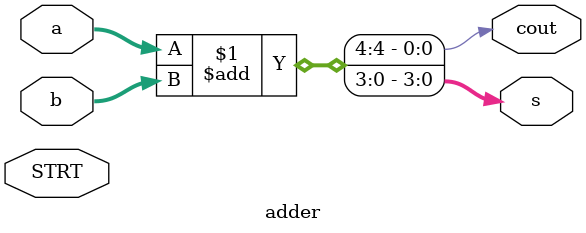
<source format=v>
module adder( a, b, cout, s, STRT);
input [3:0]  a, b;
input STRT;
output cout;
output [3:0] s;


assign  { cout, s } = a+b;

endmodule



</source>
